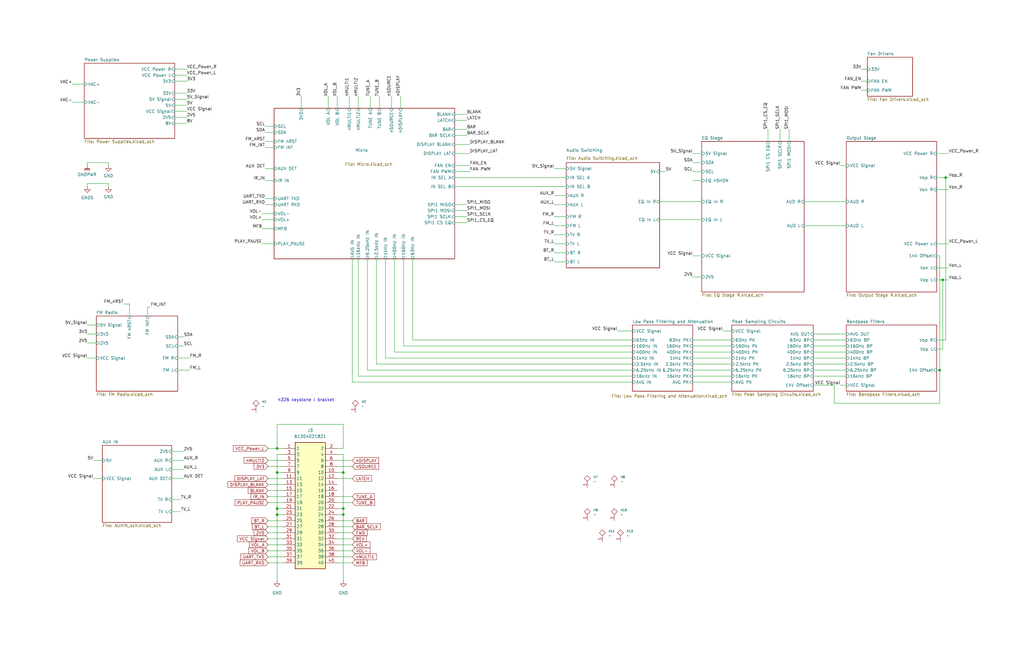
<source format=kicad_sch>
(kicad_sch (version 20231120) (generator "eeschema") (generator_version "8.0")
  (paper "B")
  (lib_symbols
    (symbol "1 Audio Amp:61304021821"
      (property "Reference" "J" (at 19.05 7.62 0))
      (property "Value" "61304021821" (at 19.05 5.08 0))
      (symbol "61304021821_1_1"
        (rectangle (start 5.08 2.54) (end 17.78 -50.8) (stroke (width 0.254)) (fill (type background)))
        (pin passive line (at 0 0 0) (length 5.08) (name "1") (number "1"))
        (pin passive line (at 22.86 -10.16 180) (length 5.08) (name "10") (number "10"))
        (pin passive line (at 0 -12.7 0) (length 5.08) (name "11") (number "11"))
        (pin passive line (at 22.86 -12.7 180) (length 5.08) (name "12") (number "12"))
        (pin passive line (at 0 -15.24 0) (length 5.08) (name "13") (number "13"))
        (pin passive line (at 22.86 -15.24 180) (length 5.08) (name "14") (number "14"))
        (pin passive line (at 0 -17.78 0) (length 5.08) (name "15") (number "15"))
        (pin passive line (at 22.86 -17.78 180) (length 5.08) (name "16") (number "16"))
        (pin passive line (at 0 -20.32 0) (length 5.08) (name "17") (number "17"))
        (pin passive line (at 22.86 -20.32 180) (length 5.08) (name "18") (number "18"))
        (pin passive line (at 0 -22.86 0) (length 5.08) (name "19") (number "19"))
        (pin passive line (at 22.86 0 180) (length 5.08) (name "2") (number "2"))
        (pin passive line (at 22.86 -22.86 180) (length 5.08) (name "20") (number "20"))
        (pin passive line (at 0 -25.4 0) (length 5.08) (name "21") (number "21"))
        (pin passive line (at 22.86 -25.4 180) (length 5.08) (name "22") (number "22"))
        (pin passive line (at 0 -27.94 0) (length 5.08) (name "23") (number "23"))
        (pin passive line (at 22.86 -27.94 180) (length 5.08) (name "24") (number "24"))
        (pin passive line (at 0 -30.48 0) (length 5.08) (name "25") (number "25"))
        (pin passive line (at 22.86 -30.48 180) (length 5.08) (name "26") (number "26"))
        (pin passive line (at 0 -33.02 0) (length 5.08) (name "27") (number "27"))
        (pin passive line (at 22.86 -33.02 180) (length 5.08) (name "28") (number "28"))
        (pin passive line (at 0 -35.56 0) (length 5.08) (name "29") (number "29"))
        (pin passive line (at 0 -2.54 0) (length 5.08) (name "3") (number "3"))
        (pin passive line (at 22.86 -35.56 180) (length 5.08) (name "30") (number "30"))
        (pin passive line (at 0 -38.1 0) (length 5.08) (name "31") (number "31"))
        (pin passive line (at 22.86 -38.1 180) (length 5.08) (name "32") (number "32"))
        (pin passive line (at 0 -40.64 0) (length 5.08) (name "33") (number "33"))
        (pin passive line (at 22.86 -40.64 180) (length 5.08) (name "34") (number "34"))
        (pin passive line (at 0 -43.18 0) (length 5.08) (name "35") (number "35"))
        (pin passive line (at 22.86 -43.18 180) (length 5.08) (name "36") (number "36"))
        (pin passive line (at 0 -45.72 0) (length 5.08) (name "37") (number "37"))
        (pin passive line (at 22.86 -45.72 180) (length 5.08) (name "38") (number "38"))
        (pin passive line (at 0 -48.26 0) (length 5.08) (name "39") (number "39"))
        (pin passive line (at 22.86 -2.54 180) (length 5.08) (name "4") (number "4"))
        (pin passive line (at 22.86 -48.26 180) (length 5.08) (name "40") (number "40"))
        (pin passive line (at 0 -5.08 0) (length 5.08) (name "5") (number "5"))
        (pin passive line (at 22.86 -5.08 180) (length 5.08) (name "6") (number "6"))
        (pin passive line (at 0 -7.62 0) (length 5.08) (name "7") (number "7"))
        (pin passive line (at 22.86 -7.62 180) (length 5.08) (name "8") (number "8"))
        (pin passive line (at 0 -10.16 0) (length 5.08) (name "9") (number "9"))
      )
    )
    (symbol "1 Audio Amp:TP"
      (property "Reference" "TP" (at 2.54 -1.27 0))
      (symbol "TP_0_1"
        (polyline (pts (xy 0 -1.27) (xy 1.27 0) (xy 0 1.27) (xy -1.27 0) (xy 0 -1.27)))
      )
      (symbol "TP_1_1"
        (pin input line (at 0 -3.81 90) (length 2.54) (name "") (number "1"))
      )
    )
    (symbol "GND_1" (power) (pin_names (offset 0))
      (property "Value" "GND" (at 0 -3.81 0))
      (symbol "GND_1_0_1"
        (polyline (pts (xy 0 0) (xy 0 -1.27) (xy 1.27 -1.27) (xy 0 -2.54) (xy -1.27 -1.27) (xy 0 -1.27)))
      )
      (symbol "GND_1_1_1"
        (pin power_in line (at 0 0 270) (length 0) hide (name "GND") (number "1"))
      )
    )
    (symbol "GND_7" (power) (pin_names (offset 0))
      (property "Value" "GND" (at 0 -3.81 0))
      (symbol "GND_7_0_1"
        (polyline (pts (xy 0 0) (xy 0 -1.27) (xy 1.27 -1.27) (xy 0 -2.54) (xy -1.27 -1.27) (xy 0 -1.27)))
      )
      (symbol "GND_7_1_1"
        (pin power_in line (at 0 0 270) (length 0) hide (name "GND") (number "1"))
      )
    )
    (symbol "GND_8" (power) (pin_names (offset 0))
      (property "Value" "GND" (at 0 -3.81 0))
      (symbol "GND_8_0_1"
        (polyline (pts (xy 0 0) (xy 0 -1.27) (xy 1.27 -1.27) (xy 0 -2.54) (xy -1.27 -1.27) (xy 0 -1.27)))
      )
      (symbol "GND_8_1_1"
        (pin power_in line (at 0 0 270) (length 0) hide (name "GND") (number "1"))
      )
    )
    (symbol "power:GND" (power) (pin_names (offset 0))
      (property "Value" "GND" (at 0 -3.81 0))
      (symbol "GND_0_1"
        (polyline (pts (xy 0 0) (xy 0 -1.27) (xy 1.27 -1.27) (xy 0 -2.54) (xy -1.27 -1.27) (xy 0 -1.27)))
      )
      (symbol "GND_1_1"
        (pin power_in line (at 0 0 270) (length 0) hide (name "GND") (number "1"))
      )
    )
    (symbol "power:GNDPWR" (power) (pin_names (offset 0))
      (property "Value" "GNDPWR" (at 0 -3.302 0))
      (symbol "GNDPWR_0_1"
        (polyline (pts (xy 0 -1.27) (xy 0 0)))
        (polyline (pts (xy -1.016 -1.27) (xy -1.27 -2.032) (xy -1.27 -2.032)) (stroke (width 0.2032)))
        (polyline (pts (xy -0.508 -1.27) (xy -0.762 -2.032) (xy -0.762 -2.032)) (stroke (width 0.2032)))
        (polyline (pts (xy 0 -1.27) (xy -0.254 -2.032) (xy -0.254 -2.032)) (stroke (width 0.2032)))
        (polyline (pts (xy 0.508 -1.27) (xy 0.254 -2.032) (xy 0.254 -2.032)) (stroke (width 0.2032)))
        (polyline (pts (xy 1.016 -1.27) (xy -1.016 -1.27) (xy -1.016 -1.27)) (stroke (width 0.2032)))
        (polyline (pts (xy 1.016 -1.27) (xy 0.762 -2.032) (xy 0.762 -2.032) (xy 0.762 -2.032)) (stroke (width 0.2032)))
      )
      (symbol "GNDPWR_1_1"
        (pin power_in line (at 0 0 270) (length 0) hide (name "GNDPWR") (number "1"))
      )
    )
    (symbol "power:GNDS" (power) (pin_names (offset 0))
      (property "Value" "GNDS" (at 0 -3.81 0))
      (symbol "GNDS_0_1"
        (polyline (pts (xy 0 0) (xy 0 -1.27) (xy 1.27 -1.27) (xy 0 -2.54) (xy -1.27 -1.27) (xy 0 -1.27)))
      )
      (symbol "GNDS_1_1"
        (pin power_in line (at 0 0 270) (length 0) hide (name "GNDS") (number "1"))
      )
    )
  )
  (junction (at 144.78 199.39))
  (junction (at 144.78 217.17))
  (junction (at 116.84 214.63))
  (junction (at 116.84 199.39))
  (junction (at 396.24 156.21))
  (junction (at 397.51 118.11))
  (junction (at 144.78 214.63))
  (junction (at 116.84 217.17))
  (junction (at 398.78 74.93))
  (junction (at 116.84 189.23))
  (wire (pts (xy 72.39 198.12) (xy 77.47 198.12)))
  (wire (pts (xy 351.79 170.18) (xy 396.24 170.18)))
  (wire (pts (xy 394.97 107.95) (xy 396.24 107.95)))
  (wire (pts (xy 260.35 139.7) (xy 266.7 139.7)))
  (wire (pts (xy 396.24 107.95) (xy 396.24 156.21)))
  (wire (pts (xy 266.7 161.29) (xy 148.59 161.29)))
  (wire (pts (xy 144.78 179.07) (xy 144.78 189.23)))
  (wire (pts (xy 54.61 128.27) (xy 52.07 128.27)))
  (wire (pts (xy 116.84 189.23) (xy 119.38 189.23)))
  (wire (pts (xy 292.1 158.75) (xy 308.61 158.75)))
  (wire (pts (xy 113.03 234.95) (xy 119.38 234.95)))
  (wire (pts (xy 116.84 199.39) (xy 116.84 214.63)))
  (wire (pts (xy 115.57 102.87) (xy 110.49 102.87)))
  (wire (pts (xy 142.24 222.25) (xy 148.59 222.25)))
  (wire (pts (xy 323.85 59.69) (xy 323.85 54.61)))
  (wire (pts (xy 295.91 116.84) (xy 292.1 116.84)))
  (wire (pts (xy 36.83 77.47) (xy 45.72 77.47)))
  (wire (pts (xy 292.1 146.05) (xy 308.61 146.05)))
  (wire (pts (xy 142.24 219.71) (xy 148.59 219.71)))
  (wire (pts (xy 168.91 40.64) (xy 168.91 45.72)))
  (wire (pts (xy 142.24 199.39) (xy 144.78 199.39)))
  (wire (pts (xy 191.77 60.96) (xy 198.12 60.96)))
  (wire (pts (xy 115.57 83.82) (xy 111.76 83.82)))
  (wire (pts (xy 116.84 214.63) (xy 119.38 214.63)))
  (wire (pts (xy 397.51 147.32) (xy 397.51 118.11)))
  (wire (pts (xy 45.72 77.47) (xy 45.72 78.74)))
  (wire (pts (xy 158.75 153.67) (xy 158.75 109.22)))
  (wire (pts (xy 156.21 40.64) (xy 156.21 45.72)))
  (wire (pts (xy 142.24 227.33) (xy 148.59 227.33)))
  (wire (pts (xy 233.68 102.87) (xy 238.76 102.87)))
  (wire (pts (xy 151.13 158.75) (xy 151.13 109.22)))
  (wire (pts (xy 113.03 194.31) (xy 119.38 194.31)))
  (wire (pts (xy 342.9 158.75) (xy 356.87 158.75)))
  (wire (pts (xy 191.77 54.61) (xy 196.85 54.61)))
  (wire (pts (xy 73.66 44.45) (xy 78.74 44.45)))
  (wire (pts (xy 127 40.64) (xy 127 45.72)))
  (wire (pts (xy 147.32 40.64) (xy 147.32 45.72)))
  (wire (pts (xy 142.24 229.87) (xy 148.59 229.87)))
  (wire (pts (xy 292.1 156.21) (xy 308.61 156.21)))
  (wire (pts (xy 74.93 146.05) (xy 77.47 146.05)))
  (wire (pts (xy 292.1 64.77) (xy 295.91 64.77)))
  (wire (pts (xy 113.03 232.41) (xy 119.38 232.41)))
  (wire (pts (xy 238.76 110.49) (xy 233.68 110.49)))
  (wire (pts (xy 266.7 151.13) (xy 162.56 151.13)))
  (wire (pts (xy 113.03 196.85) (xy 119.38 196.85)))
  (wire (pts (xy 394.97 113.03) (xy 400.05 113.03)))
  (wire (pts (xy 39.37 194.31) (xy 43.18 194.31)))
  (wire (pts (xy 113.03 222.25) (xy 119.38 222.25)))
  (wire (pts (xy 191.77 50.8) (xy 196.85 50.8)))
  (wire (pts (xy 191.77 64.77) (xy 198.12 64.77)))
  (wire (pts (xy 36.83 68.58) (xy 36.83 69.85)))
  (wire (pts (xy 363.22 29.21) (xy 365.76 29.21)))
  (wire (pts (xy 191.77 57.15) (xy 196.85 57.15)))
  (wire (pts (xy 342.9 143.51) (xy 356.87 143.51)))
  (wire (pts (xy 397.51 118.11) (xy 400.05 118.11)))
  (wire (pts (xy 342.9 151.13) (xy 356.87 151.13)))
  (wire (pts (xy 36.83 144.78) (xy 40.64 144.78)))
  (wire (pts (xy 36.83 78.74) (xy 36.83 77.47)))
  (wire (pts (xy 142.24 196.85) (xy 148.59 196.85)))
  (wire (pts (xy 113.03 212.09) (xy 119.38 212.09)))
  (wire (pts (xy 191.77 69.85) (xy 198.12 69.85)))
  (wire (pts (xy 292.1 143.51) (xy 308.61 143.51)))
  (wire (pts (xy 148.59 161.29) (xy 148.59 109.22)))
  (wire (pts (xy 144.78 217.17) (xy 144.78 245.11)))
  (wire (pts (xy 238.76 106.68) (xy 233.68 106.68)))
  (wire (pts (xy 398.78 143.51) (xy 398.78 74.93)))
  (wire (pts (xy 113.03 229.87) (xy 119.38 229.87)))
  (wire (pts (xy 142.24 224.79) (xy 148.59 224.79)))
  (wire (pts (xy 119.38 217.17) (xy 116.84 217.17)))
  (wire (pts (xy 233.68 99.06) (xy 238.76 99.06)))
  (wire (pts (xy 266.7 143.51) (xy 173.99 143.51)))
  (wire (pts (xy 74.93 156.21) (xy 80.01 156.21)))
  (wire (pts (xy 116.84 179.07) (xy 144.78 179.07)))
  (wire (pts (xy 113.03 227.33) (xy 119.38 227.33)))
  (wire (pts (xy 354.33 69.85) (xy 356.87 69.85)))
  (wire (pts (xy 142.24 194.31) (xy 148.59 194.31)))
  (wire (pts (xy 170.18 109.22) (xy 170.18 146.05)))
  (wire (pts (xy 113.03 209.55) (xy 119.38 209.55)))
  (wire (pts (xy 332.74 59.69) (xy 332.74 54.61)))
  (wire (pts (xy 278.13 85.09) (xy 295.91 85.09)))
  (wire (pts (xy 72.39 215.9) (xy 76.2 215.9)))
  (wire (pts (xy 35.56 43.18) (xy 30.48 43.18)))
  (wire (pts (xy 191.77 93.98) (xy 196.85 93.98)))
  (wire (pts (xy 233.68 71.12) (xy 238.76 71.12)))
  (wire (pts (xy 111.76 55.88) (xy 115.57 55.88)))
  (wire (pts (xy 394.97 64.77) (xy 400.05 64.77)))
  (wire (pts (xy 394.97 143.51) (xy 398.78 143.51)))
  (wire (pts (xy 142.24 217.17) (xy 144.78 217.17)))
  (wire (pts (xy 74.93 142.24) (xy 77.47 142.24)))
  (wire (pts (xy 142.24 234.95) (xy 148.59 234.95)))
  (wire (pts (xy 292.1 68.58) (xy 295.91 68.58)))
  (wire (pts (xy 394.97 74.93) (xy 398.78 74.93)))
  (wire (pts (xy 73.66 49.53) (xy 78.74 49.53)))
  (wire (pts (xy 233.68 86.36) (xy 238.76 86.36)))
  (wire (pts (xy 39.37 201.93) (xy 43.18 201.93)))
  (wire (pts (xy 342.9 140.97) (xy 356.87 140.97)))
  (wire (pts (xy 266.7 153.67) (xy 158.75 153.67)))
  (wire (pts (xy 173.99 143.51) (xy 173.99 109.22)))
  (wire (pts (xy 142.24 212.09) (xy 148.59 212.09)))
  (wire (pts (xy 363.22 38.1) (xy 365.76 38.1)))
  (wire (pts (xy 36.83 137.16) (xy 40.64 137.16)))
  (wire (pts (xy 111.76 59.69) (xy 115.57 59.69)))
  (wire (pts (xy 113.03 224.79) (xy 119.38 224.79)))
  (wire (pts (xy 394.97 102.87) (xy 400.05 102.87)))
  (wire (pts (xy 62.23 129.54) (xy 62.23 133.35)))
  (wire (pts (xy 342.9 148.59) (xy 356.87 148.59)))
  (wire (pts (xy 119.38 191.77) (xy 116.84 191.77)))
  (wire (pts (xy 138.43 40.64) (xy 138.43 45.72)))
  (wire (pts (xy 396.24 170.18) (xy 396.24 156.21)))
  (wire (pts (xy 191.77 74.93) (xy 238.76 74.93)))
  (wire (pts (xy 166.37 148.59) (xy 166.37 109.22)))
  (wire (pts (xy 278.13 92.71) (xy 295.91 92.71)))
  (wire (pts (xy 191.77 86.36) (xy 196.85 86.36)))
  (wire (pts (xy 62.23 129.54) (xy 63.5 129.54)))
  (wire (pts (xy 142.24 201.93) (xy 148.59 201.93)))
  (wire (pts (xy 73.66 31.75) (xy 78.74 31.75)))
  (wire (pts (xy 74.93 151.13) (xy 80.01 151.13)))
  (wire (pts (xy 113.03 207.01) (xy 119.38 207.01)))
  (wire (pts (xy 116.84 217.17) (xy 116.84 245.11)))
  (wire (pts (xy 292.1 153.67) (xy 308.61 153.67)))
  (wire (pts (xy 36.83 68.58) (xy 45.72 68.58)))
  (wire (pts (xy 339.09 95.25) (xy 356.87 95.25)))
  (wire (pts (xy 233.68 95.25) (xy 238.76 95.25)))
  (wire (pts (xy 73.66 41.91) (xy 78.74 41.91)))
  (wire (pts (xy 113.03 201.93) (xy 119.38 201.93)))
  (wire (pts (xy 113.03 204.47) (xy 119.38 204.47)))
  (wire (pts (xy 142.24 214.63) (xy 144.78 214.63)))
  (wire (pts (xy 266.7 148.59) (xy 166.37 148.59)))
  (wire (pts (xy 115.57 90.17) (xy 110.49 90.17)))
  (wire (pts (xy 142.24 232.41) (xy 148.59 232.41)))
  (wire (pts (xy 142.24 237.49) (xy 148.59 237.49)))
  (wire (pts (xy 142.24 40.64) (xy 142.24 45.72)))
  (wire (pts (xy 278.13 72.39) (xy 280.67 72.39)))
  (wire (pts (xy 266.7 146.05) (xy 170.18 146.05)))
  (wire (pts (xy 162.56 109.22) (xy 162.56 151.13)))
  (wire (pts (xy 144.78 214.63) (xy 144.78 217.17)))
  (wire (pts (xy 191.77 78.74) (xy 238.76 78.74)))
  (wire (pts (xy 45.72 68.58) (xy 45.72 69.85)))
  (wire (pts (xy 292.1 107.95) (xy 295.91 107.95)))
  (wire (pts (xy 115.57 86.36) (xy 111.76 86.36)))
  (wire (pts (xy 144.78 191.77) (xy 144.78 199.39)))
  (wire (pts (xy 111.76 62.23) (xy 115.57 62.23)))
  (wire (pts (xy 73.66 46.99) (xy 78.74 46.99)))
  (wire (pts (xy 342.9 146.05) (xy 356.87 146.05)))
  (wire (pts (xy 144.78 199.39) (xy 144.78 214.63)))
  (wire (pts (xy 398.78 74.93) (xy 400.05 74.93)))
  (wire (pts (xy 342.9 156.21) (xy 356.87 156.21)))
  (wire (pts (xy 72.39 194.31) (xy 77.47 194.31)))
  (wire (pts (xy 115.57 92.71) (xy 110.49 92.71)))
  (wire (pts (xy 328.93 59.69) (xy 328.93 54.61)))
  (wire (pts (xy 73.66 39.37) (xy 78.74 39.37)))
  (wire (pts (xy 191.77 48.26) (xy 196.85 48.26)))
  (wire (pts (xy 292.1 161.29) (xy 308.61 161.29)))
  (wire (pts (xy 111.76 53.34) (xy 115.57 53.34)))
  (wire (pts (xy 394.97 147.32) (xy 397.51 147.32)))
  (wire (pts (xy 142.24 209.55) (xy 148.59 209.55)))
  (wire (pts (xy 292.1 148.59) (xy 308.61 148.59)))
  (wire (pts (xy 113.03 189.23) (xy 116.84 189.23)))
  (wire (pts (xy 394.97 80.01) (xy 400.05 80.01)))
  (wire (pts (xy 72.39 201.93) (xy 77.47 201.93)))
  (wire (pts (xy 363.22 34.29) (xy 365.76 34.29)))
  (wire (pts (xy 266.7 158.75) (xy 151.13 158.75)))
  (wire (pts (xy 73.66 29.21) (xy 78.74 29.21)))
  (wire (pts (xy 36.83 140.97) (xy 40.64 140.97)))
  (wire (pts (xy 160.02 40.64) (xy 160.02 45.72)))
  (wire (pts (xy 354.33 162.56) (xy 356.87 162.56)))
  (wire (pts (xy 191.77 91.44) (xy 196.85 91.44)))
  (wire (pts (xy 115.57 96.52) (xy 110.49 96.52)))
  (wire (pts (xy 111.76 71.12) (xy 115.57 71.12)))
  (wire (pts (xy 191.77 88.9) (xy 196.85 88.9)))
  (wire (pts (xy 304.8 139.7) (xy 308.61 139.7)))
  (wire (pts (xy 339.09 85.09) (xy 356.87 85.09)))
  (wire (pts (xy 36.83 151.13) (xy 40.64 151.13)))
  (wire (pts (xy 111.76 76.2) (xy 115.57 76.2)))
  (wire (pts (xy 72.39 210.82) (xy 76.2 210.82)))
  (wire (pts (xy 233.68 91.44) (xy 238.76 91.44)))
  (wire (pts (xy 142.24 189.23) (xy 144.78 189.23)))
  (wire (pts (xy 116.84 214.63) (xy 116.84 217.17)))
  (wire (pts (xy 54.61 128.27) (xy 54.61 133.35)))
  (wire (pts (xy 113.03 237.49) (xy 119.38 237.49)))
  (wire (pts (xy 73.66 34.29) (xy 78.74 34.29)))
  (wire (pts (xy 266.7 156.21) (xy 154.94 156.21)))
  (wire (pts (xy 73.66 52.07) (xy 78.74 52.07)))
  (wire (pts (xy 35.56 35.56) (xy 30.48 35.56)))
  (wire (pts (xy 351.79 162.56) (xy 351.79 170.18)))
  (wire (pts (xy 116.84 191.77) (xy 116.84 199.39)))
  (wire (pts (xy 292.1 76.2) (xy 295.91 76.2)))
  (wire (pts (xy 72.39 190.5) (xy 77.47 190.5)))
  (wire (pts (xy 292.1 151.13) (xy 308.61 151.13)))
  (wire (pts (xy 151.13 40.64) (xy 151.13 45.72)))
  (wire (pts (xy 119.38 199.39) (xy 116.84 199.39)))
  (wire (pts (xy 342.9 162.56) (xy 351.79 162.56)))
  (wire (pts (xy 154.94 109.22) (xy 154.94 156.21)))
  (wire (pts (xy 394.97 118.11) (xy 397.51 118.11)))
  (wire (pts (xy 396.24 156.21) (xy 394.97 156.21)))
  (wire (pts (xy 113.03 219.71) (xy 119.38 219.71)))
  (wire (pts (xy 191.77 72.39) (xy 198.12 72.39)))
  (wire (pts (xy 292.1 72.39) (xy 295.91 72.39)))
  (wire (pts (xy 233.68 82.55) (xy 238.76 82.55)))
  (wire (pts (xy 116.84 189.23) (xy 116.84 179.07)))
  (wire (pts (xy 165.1 40.64) (xy 165.1 45.72)))
  (wire (pts (xy 342.9 153.67) (xy 356.87 153.67)))
  (wire (pts (xy 142.24 191.77) (xy 144.78 191.77)))
  (text "4326 keystone l bracket" (at 129.032 168.91 0) (effects (font (size 1.27 1.27))))
  (label "3V3" (at 127 40.64 90))
  (label "MFB" (at 110.49 96.52 180))
  (label "FM_R" (at 233.68 91.44 180))
  (label "VOL-" (at 110.49 90.17 180))
  (label "VCC Signal" (at 354.33 69.85 180))
  (label "SPI1_CS_EQ" (at 196.85 93.98 0))
  (label "LATCH" (at 196.85 50.8 0))
  (label "SCL" (at 111.76 53.34 180))
  (label "2V5" (at 78.74 49.53 0))
  (label "AUX DET" (at 77.47 201.93 0))
  (label "VCC_Power_R" (at 78.74 29.21 0))
  (label "FM_L" (at 233.68 95.25 180))
  (label "PLAY_PAUSE" (at 110.49 102.87 180))
  (label "8V" (at 78.74 52.07 0))
  (label "TV_R" (at 233.68 99.06 180))
  (label "VOL_A" (at 138.43 40.64 90))
  (label "3V3" (at 36.83 140.97 180))
  (label "FAN_EN" (at 363.22 34.29 180))
  (label "UART_TXD" (at 111.76 83.82 180))
  (label "VCC Signal" (at 36.83 151.13 180))
  (label "2V5" (at 36.83 144.78 180))
  (label "VOL_B" (at 142.24 40.64 90))
  (label "FM_nRST" (at 111.76 59.69 180))
  (label "AUX_L" (at 77.47 198.12 0))
  (label "BAR" (at 196.85 54.61 0))
  (label "AUX_L" (at 233.68 86.36 180))
  (label "UART_RXD" (at 111.76 86.36 180))
  (label "SDA" (at 77.47 142.24 0))
  (label "DISPLAY_BLANK" (at 198.12 60.96 0))
  (label "SPI1_SCLK" (at 328.93 54.61 90))
  (label "5V_Signal" (at 78.74 41.91 0))
  (label "FM_INT" (at 63.5 129.54 0))
  (label "TV_R" (at 76.2 210.82 0))
  (label "SCL" (at 77.47 146.05 0))
  (label "FM_L" (at 80.01 156.21 0))
  (label "nSOURCE" (at 165.1 40.64 90))
  (label "nMULTI2" (at 151.13 40.64 90))
  (label "2V5" (at 292.1 116.84 180))
  (label "FM_INT" (at 111.76 62.23 180))
  (label "TV_L" (at 233.68 102.87 180))
  (label "VOL+" (at 110.49 92.71 180))
  (label "Von_L" (at 400.05 113.03 0))
  (label "5V_Signal" (at 292.1 64.77 180))
  (label "IR_IN" (at 111.76 76.2 180))
  (label "TUNE_A" (at 156.21 40.64 90))
  (label "BT_R" (at 233.68 106.68 180))
  (label "5V_Signal" (at 36.83 137.16 180))
  (label "VCC_Power_L" (at 400.05 102.87 0))
  (label "VCC Signal" (at 260.35 139.7 180))
  (label "VAC-" (at 30.48 43.18 180))
  (label "3V3" (at 78.74 34.29 0))
  (label "VCC Signal" (at 292.1 107.95 180))
  (label "SCL" (at 292.1 72.39 180))
  (label "SPI1_MISO" (at 196.85 86.36 0))
  (label "FM_nRST" (at 52.07 128.27 180))
  (label "SPI1_SCLK" (at 196.85 91.44 0))
  (label "VCC Signal" (at 39.37 201.93 180))
  (label "VAC+" (at 30.48 35.56 180))
  (label "FAN PWM" (at 198.12 72.39 0))
  (label "5V" (at 78.74 44.45 0))
  (label "Vop_R" (at 400.05 74.93 0))
  (label "SDA" (at 111.76 55.88 180))
  (label "VCC_Power_R" (at 400.05 64.77 0))
  (label "AUX_R" (at 77.47 194.31 0))
  (label "2V5" (at 77.47 190.5 0))
  (label "FAN_EN" (at 198.12 69.85 0))
  (label "33V" (at 78.74 39.37 0))
  (label "BLANK" (at 196.85 48.26 0))
  (label "DISPLAY_LAT" (at 198.12 64.77 0))
  (label "AUX_R" (at 233.68 82.55 180))
  (label "VCC_Power_L" (at 78.74 31.75 0))
  (label "VCC Signal" (at 304.8 139.7 180))
  (label "5V" (at 280.67 72.39 0))
  (label "SPI1_CS_EQ" (at 323.85 54.61 90))
  (label "AUX DET" (at 111.76 71.12 180))
  (label "SPI1_MOSI" (at 196.85 88.9 0))
  (label "TUNE_B" (at 160.02 40.64 90))
  (label "BT_L" (at 233.68 110.49 180))
  (label "BAR_SCLK" (at 196.85 57.15 0))
  (label "SPI1_MOSI" (at 332.74 54.61 90))
  (label "FAN PWM" (at 363.22 38.1 180))
  (label "SDA" (at 292.1 68.58 180))
  (label "5V_Signal" (at 233.68 71.12 180))
  (label "5V" (at 39.37 194.31 180))
  (label "Von_R" (at 400.05 80.01 0))
  (label "VCC Signal" (at 78.74 46.99 0))
  (label "VCC Signal" (at 354.33 162.56 180))
  (label "nMULTI1" (at 147.32 40.64 90))
  (label "TV_L" (at 76.2 215.9 0))
  (label "nDISPLAY" (at 168.91 40.64 90))
  (label "FM_R" (at 80.01 151.13 0))
  (label "Vop_L" (at 400.05 118.11 0))
  (label "33V" (at 363.22 29.21 180))
  (global_label "TUNE_A" (shape input) (at 148.59 209.55 0) (property "Intersheetrefs" "${INTERSHEET_REFS}" (effects (hide yes))))
  (global_label "PLAY_PAUSE" (shape input) (at 113.03 212.09 180) (property "Intersheetrefs" "${INTERSHEET_REFS}" (effects (hide yes))))
  (global_label "REV" (shape input) (at 148.59 227.33 0) (property "Intersheetrefs" "${INTERSHEET_REFS}" (effects (hide yes))))
  (global_label "VOL-" (shape input) (at 148.59 232.41 0) (property "Intersheetrefs" "${INTERSHEET_REFS}" (effects (hide yes))))
  (global_label "3V3" (shape input) (at 113.03 196.85 180) (property "Intersheetrefs" "${INTERSHEET_REFS}" (effects (hide yes))))
  (global_label "nSOURCE" (shape input) (at 148.59 196.85 0) (property "Intersheetrefs" "${INTERSHEET_REFS}" (effects (hide yes))))
  (global_label "TUNE_B" (shape input) (at 148.59 212.09 0) (property "Intersheetrefs" "${INTERSHEET_REFS}" (effects (hide yes))))
  (global_label "nDISPLAY" (shape input) (at 148.59 194.31 0) (property "Intersheetrefs" "${INTERSHEET_REFS}" (effects (hide yes))))
  (global_label "BLANK" (shape input) (at 113.03 207.01 180) (property "Intersheetrefs" "${INTERSHEET_REFS}" (effects (hide yes))))
  (global_label "UART_RXD" (shape input) (at 113.03 237.49 180) (property "Intersheetrefs" "${INTERSHEET_REFS}" (effects (hide yes))))
  (global_label "BT_R" (shape input) (at 113.03 219.71 180) (property "Intersheetrefs" "${INTERSHEET_REFS}" (effects (hide yes))))
  (global_label "DISPLAY_LAT" (shape input) (at 113.03 201.93 180) (property "Intersheetrefs" "${INTERSHEET_REFS}" (effects (hide yes))))
  (global_label "VCC Signal" (shape input) (at 113.03 227.33 180) (property "Intersheetrefs" "${INTERSHEET_REFS}" (effects (hide yes))))
  (global_label "LATCH" (shape input) (at 148.59 201.93 0) (property "Intersheetrefs" "${INTERSHEET_REFS}" (effects (hide yes))))
  (global_label "FWD" (shape input) (at 148.59 224.79 0) (property "Intersheetrefs" "${INTERSHEET_REFS}" (effects (hide yes))))
  (global_label "VCC_Power_L" (shape input) (at 113.03 189.23 180) (property "Intersheetrefs" "${INTERSHEET_REFS}" (effects (hide yes))))
  (global_label "UART_TXD" (shape input) (at 113.03 234.95 180) (property "Intersheetrefs" "${INTERSHEET_REFS}" (effects (hide yes))))
  (global_label "BAR" (shape input) (at 148.59 219.71 0) (property "Intersheetrefs" "${INTERSHEET_REFS}" (effects (hide yes))))
  (global_label "BAR_SCLK" (shape input) (at 148.59 222.25 0) (property "Intersheetrefs" "${INTERSHEET_REFS}" (effects (hide yes))))
  (global_label "2V5" (shape input) (at 113.03 224.79 180) (property "Intersheetrefs" "${INTERSHEET_REFS}" (effects (hide yes))))
  (global_label "BT_L" (shape input) (at 113.03 222.25 180) (property "Intersheetrefs" "${INTERSHEET_REFS}" (effects (hide yes))))
  (global_label "VOL+" (shape input) (at 148.59 229.87 0) (property "Intersheetrefs" "${INTERSHEET_REFS}" (effects (hide yes))))
  (global_label "MFB" (shape input) (at 148.59 237.49 0) (property "Intersheetrefs" "${INTERSHEET_REFS}" (effects (hide yes))))
  (global_label "nMULTI1" (shape input) (at 148.59 234.95 0) (property "Intersheetrefs" "${INTERSHEET_REFS}" (effects (hide yes))))
  (global_label "DISPLAY_BLANK" (shape input) (at 113.03 204.47 180) (property "Intersheetrefs" "${INTERSHEET_REFS}" (effects (hide yes))))
  (global_label "VOL_A" (shape input) (at 113.03 229.87 180) (property "Intersheetrefs" "${INTERSHEET_REFS}" (effects (hide yes))))
  (global_label "IR_IN" (shape input) (at 113.03 209.55 180) (property "Intersheetrefs" "${INTERSHEET_REFS}" (effects (hide yes))))
  (global_label "nMULTI2" (shape input) (at 113.03 194.31 180) (property "Intersheetrefs" "${INTERSHEET_REFS}" (effects (hide yes))))
  (global_label "VOL_B" (shape input) (at 113.03 232.41 180) (property "Intersheetrefs" "${INTERSHEET_REFS}" (effects (hide yes))))
  (symbol (lib_id "power:GND") (at 45.72 78.74 0) (unit 1)
    (property "Reference" "#PWR0276" (effects (hide yes)))
    (property "Value" "GND" (at 45.72 83.058 0))
  )
  (symbol (lib_id "1 Audio Amp:TP") (at 259.08 201.93 0) (unit 1)
    (property "Reference" "H8" (at 261.62 201.295 0) (effects (font (size 0.9 0.9)) (justify left)))
    (property "Value" "~" (at 261.62 203.2 0) (effects (justify left)))
    (property "Footprint" "MountingHole:MountingHole_3.2mm_M3_ISO7380_Pad_TopBottom" (effects (hide yes)))
  )
  (symbol (lib_name "GND_1") (lib_id "power:GND") (at 144.78 245.11 0) (mirror y) (unit 1)
    (property "Reference" "#PWR0278" (effects (hide yes)))
    (property "Value" "GND" (at 144.78 250.19 0))
  )
  (symbol (lib_id "1 Audio Amp:TP") (at 254 224.79 0) (unit 1)
    (property "Reference" "H11" (at 256.54 224.155 0) (effects (font (size 0.9 0.9)) (justify left)))
    (property "Value" "~" (at 256.54 226.06 0) (effects (justify left)))
    (property "Footprint" "MountingHole:MountingHole_3.2mm_M3_ISO7380_Pad_TopBottom" (effects (hide yes)))
  )
  (symbol (lib_name "GND_7") (lib_id "power:GND") (at 116.84 245.11 0) (mirror y) (unit 1)
    (property "Reference" "#PWR0277" (effects (hide yes)))
    (property "Value" "GND" (at 116.84 250.19 0))
  )
  (symbol (lib_id "power:GNDS") (at 36.83 78.74 0) (unit 1)
    (property "Reference" "#PWR0274" (effects (hide yes)))
    (property "Value" "GNDS" (at 36.83 83.439 0))
  )
  (symbol (lib_id "1 Audio Amp:61304021821") (at 119.38 189.23 0) (unit 1)
    (property "Reference" "J3" (at 130.81 181.61 0))
    (property "Value" "61304021821" (at 130.81 184.15 0))
    (property "Footprint" "RHDR40W97P254X254_2X20_5130X508X860P" (effects (hide yes)))
    (property "Datasheet" "https://componentsearchengine.com/Datasheets/1/61304021821.pdf" (effects (hide yes)))
    (property "Description" "WURTH ELEKTRONIK - 61304021821 - Board-To-Board Connector, 2.54 mm, 40 Contacts, Receptacle, WR-PHD Series, Through Hole, 2 Rows" (effects (hide yes)))
    (property "Height" "8.6" (effects (hide yes)))
    (property "Manufacturer_Name" "Wurth Elektronik" (effects (hide yes)))
    (property "Manufacturer_Part_Number" "61304021821" (effects (hide yes)))
    (property "Mouser Part Number" "710-61304021821" (effects (hide yes)))
    (property "Mouser Price/Stock" "https://www.mouser.co.uk/ProductDetail/Wurth-Elektronik/61304021821?qs=bZr6mbWTK5mzEvTTGhcEyQ%3D%3D" (effects (hide yes)))
  )
  (symbol (lib_name "GND_8") (lib_id "power:GND") (at 45.72 69.85 0) (unit 1)
    (property "Reference" "#PWR0275" (effects (hide yes)))
    (property "Value" "GND" (at 45.72 74.168 0))
  )
  (symbol (lib_id "1 Audio Amp:TP") (at 149.86 170.18 0) (unit 1)
    (property "Reference" "H2" (at 152.4 169.545 0) (effects (font (size 0.9 0.9)) (justify left)))
    (property "Value" "~" (at 152.4 171.45 0) (effects (justify left)))
    (property "Footprint" "MountingHole:MountingHole_3.7mm_Pad_TopBottom" (effects (hide yes)))
  )
  (symbol (lib_id "1 Audio Amp:TP") (at 261.62 224.79 0) (unit 1)
    (property "Reference" "H13" (at 264.16 224.155 0) (effects (font (size 0.9 0.9)) (justify left)))
    (property "Value" "~" (at 264.16 226.06 0) (effects (justify left)))
    (property "Footprint" "MountingHole:MountingHole_3.2mm_M3_ISO7380_Pad_TopBottom" (effects (hide yes)))
  )
  (symbol (lib_id "1 Audio Amp:TP") (at 259.08 215.9 0) (unit 1)
    (property "Reference" "H10" (at 261.62 215.265 0) (effects (font (size 0.9 0.9)) (justify left)))
    (property "Value" "~" (at 261.62 217.17 0) (effects (justify left)))
    (property "Footprint" "MountingHole:MountingHole_3.2mm_M3_ISO7380_Pad_TopBottom" (effects (hide yes)))
  )
  (symbol (lib_id "1 Audio Amp:TP") (at 247.65 201.93 0) (unit 1)
    (property "Reference" "H7" (at 250.19 201.295 0) (effects (font (size 0.9 0.9)) (justify left)))
    (property "Value" "~" (at 250.19 203.2 0) (effects (justify left)))
    (property "Footprint" "MountingHole:MountingHole_3.2mm_M3_ISO7380_Pad_TopBottom" (effects (hide yes)))
  )
  (symbol (lib_id "1 Audio Amp:TP") (at 247.65 215.9 0) (unit 1)
    (property "Reference" "H9" (at 250.19 215.265 0) (effects (font (size 0.9 0.9)) (justify left)))
    (property "Value" "~" (at 250.19 217.17 0) (effects (justify left)))
    (property "Footprint" "MountingHole:MountingHole_3.2mm_M3_ISO7380_Pad_TopBottom" (effects (hide yes)))
  )
  (symbol (lib_id "power:GNDPWR") (at 36.83 69.85 0) (unit 1)
    (property "Reference" "#PWR0273" (effects (hide yes)))
    (property "Value" "GNDPWR" (at 36.703 73.66 0))
  )
  (symbol (lib_id "1 Audio Amp:TP") (at 107.95 170.18 0) (unit 1)
    (property "Reference" "H1" (at 110.49 169.545 0) (effects (font (size 0.9 0.9)) (justify left)))
    (property "Value" "~" (at 110.49 171.45 0) (effects (justify left)))
    (property "Footprint" "MountingHole:MountingHole_3.7mm_Pad_TopBottom" (effects (hide yes)))
  )
  (sheet (at 238.76 68.58) (size 39.37 44.45) (stroke (width 0.1524))
    (property "Sheetname" "Audio Switching" (at 238.76 64.135 0) (effects (justify left bottom)))
    (property "Sheetfile" "Audio Switching.kicad_sch" (at 238.76 66.04 0) (effects (justify left top)))
    (pin "IN SEL A" input (at 238.76 74.93 180))
    (pin "IN SEL B" input (at 238.76 78.74 180))
    (pin "5V Signal" input (at 238.76 71.12 180))
    (pin "AUX R" input (at 238.76 82.55 180))
    (pin "AUX L" input (at 238.76 86.36 180))
    (pin "FM L" input (at 238.76 95.25 180))
    (pin "TV L" input (at 238.76 102.87 180))
    (pin "FM R" input (at 238.76 91.44 180))
    (pin "TV R" input (at 238.76 99.06 180))
    (pin "BT L" input (at 238.76 110.49 180))
    (pin "BT R" input (at 238.76 106.68 180))
    (pin "5V" input (at 278.13 72.39 0))
    (pin "EQ In R" input (at 278.13 85.09 0))
    (pin "EQ In L" input (at 278.13 92.71 0))
  )
  (sheet (at 40.64 133.35) (size 34.29 31.75) (stroke (width 0.1524))
    (property "Sheetname" "FM Radio" (at 40.64 132.6384 0) (effects (justify left bottom)))
    (property "Sheetfile" "FM Radio.kicad_sch" (at 40.64 165.6846 0) (effects (justify left top)))
    (pin "FM INT" input (at 62.23 133.35 90))
    (pin "3V3" input (at 40.64 140.97 180))
    (pin "SDA" input (at 74.93 142.24 0))
    (pin "SCL" input (at 74.93 146.05 0))
    (pin "FM nRST" input (at 54.61 133.35 90))
    (pin "5V Signal" input (at 40.64 137.16 180))
    (pin "FM L" input (at 74.93 156.21 0))
    (pin "VCC Signal" input (at 40.64 151.13 180))
    (pin "FM R" input (at 74.93 151.13 0))
    (pin "2V5" input (at 40.64 144.78 180))
  )
  (sheet (at 365.76 24.13) (size 19.05 16.51) (stroke (width 0.1524))
    (property "Sheetname" "Fan Drivers" (at 365.76 23.4184 0) (effects (justify left bottom)))
    (property "Sheetfile" "Fan Drivers.kicad_sch" (at 365.76 41.2246 0) (effects (justify left top)))
    (pin "33V" input (at 365.76 29.21 180))
    (pin "FAN EN" input (at 365.76 34.29 180))
    (pin "FAN PWM" input (at 365.76 38.1 180))
  )
  (sheet (at 35.56 26.67) (size 38.1 31.75) (stroke (width 0.1524))
    (property "Sheetname" "Power Supplies" (at 35.56 25.9584 0) (effects (justify left bottom)))
    (property "Sheetfile" "Power Supplies.kicad_sch" (at 35.56 59.0046 0) (effects (justify left top)))
    (pin "VAC+" input (at 35.56 35.56 180))
    (pin "VAC-" input (at 35.56 43.18 180))
    (pin "VCC Power R" input (at 73.66 29.21 0))
    (pin "VCC Power L" input (at 73.66 31.75 0))
    (pin "3V3" input (at 73.66 34.29 0))
    (pin "33V" input (at 73.66 39.37 0))
    (pin "5V Signal" input (at 73.66 41.91 0))
    (pin "5V" input (at 73.66 44.45 0))
    (pin "VCC Signal" input (at 73.66 46.99 0))
    (pin "2V5" input (at 73.66 49.53 0))
    (pin "8V" input (at 73.66 52.07 0))
  )
  (sheet (at 43.18 187.96) (size 29.21 32.512) (stroke (width 0.1524))
    (property "Sheetname" "AUX IN" (at 43.18 187.2484 0) (effects (justify left bottom)))
    (property "Sheetfile" "AUXIN_sch.kicad_sch" (at 43.18 221.0566 0) (effects (justify left top)))
    (pin "AUX DET" input (at 72.39 201.93 0))
    (pin "5V" input (at 43.18 194.31 180))
    (pin "AUX L" input (at 72.39 198.12 0))
    (pin "AUX R" input (at 72.39 194.31 0))
    (pin "VCC Signal" input (at 43.18 201.93 180))
    (pin "TV R" input (at 72.39 210.82 0))
    (pin "TV L" input (at 72.39 215.9 0))
    (pin "2V5" input (at 72.39 190.5 0))
  )
  (sheet (at 356.87 137.16) (size 38.1 27.94) (stroke (width 0.1524))
    (property "Sheetname" "Bandpass Filters" (at 356.87 136.4484 0) (effects (justify left bottom)))
    (property "Sheetfile" "Bandpass Filters.kicad_sch" (at 356.87 165.6846 0) (effects (justify left top)))
    (pin "160Hz BP" input (at 356.87 146.05 180))
    (pin "1kHz BP" input (at 356.87 151.13 180))
    (pin "6.25kHz BP" input (at 356.87 156.21 180))
    (pin "400Hz BP" input (at 356.87 148.59 180))
    (pin "2.5kHz BP" input (at 356.87 153.67 180))
    (pin "16kHz BP" input (at 356.87 158.75 180))
    (pin "14V Offset" input (at 394.97 156.21 0))
    (pin "Vop R" input (at 394.97 143.51 0))
    (pin "Vop L" input (at 394.97 147.32 0))
    (pin "63Hz BP" input (at 356.87 143.51 180))
    (pin "AVG OUT" input (at 356.87 140.97 180))
    (pin "VCC Signal" input (at 356.87 162.56 180))
  )
  (sheet (at 295.91 59.69) (size 43.18 63.5) (stroke (width 0.1524))
    (property "Sheetname" "EQ Stage" (at 295.91 58.9784 0) (effects (justify left bottom)))
    (property "Sheetfile" "EQ Stage R.kicad_sch" (at 295.91 123.7746 0) (effects (justify left top)))
    (pin "VCC Signal" input (at 295.91 107.95 180))
    (pin "5V Signal" input (at 295.91 64.77 180))
    (pin "EQ In R" input (at 295.91 85.09 180))
    (pin "2V5" input (at 295.91 116.84 180))
    (pin "EQ In L" input (at 295.91 92.71 180))
    (pin "AUD R" input (at 339.09 85.09 0))
    (pin "AUD L" input (at 339.09 95.25 0))
    (pin "SPI1 MOSI" input (at 332.74 59.69 90))
    (pin "SPI1 SCLK" input (at 328.93 59.69 90))
    (pin "SPI1 CS EQ" input (at 323.85 59.69 90))
    (pin "SCL" input (at 295.91 72.39 180))
    (pin "EQ nSHDN" input (at 295.91 76.2 180))
    (pin "SDA" input (at 295.91 68.58 180))
  )
  (sheet (at 266.7 137.16) (size 25.4 27.94) (stroke (width 0.1524))
    (property "Sheetname" "Low Pass Filtering and Attenuation" (at 266.7 136.4484 0) (effects (justify left bottom)))
    (property "Sheetfile" "Low Pass Filtering and Attenuation.kicad_sch" (at 257.81 166.37 0) (effects (justify left top)))
    (pin "AVG IN" input (at 266.7 161.29 180))
    (pin "16kHz IN" input (at 266.7 158.75 180))
    (pin "16kHz PK" input (at 292.1 158.75 0))
    (pin "AVG PK" input (at 292.1 161.29 0))
    (pin "6.25kHz IN" input (at 266.7 156.21 180))
    (pin "2.5kHz IN" input (at 266.7 153.67 180))
    (pin "1kHz PK" input (at 292.1 151.13 0))
    (pin "2.5kHz PK" input (at 292.1 153.67 0))
    (pin "6.25kHz PK" input (at 292.1 156.21 0))
    (pin "160Hz PK" input (at 292.1 146.05 0))
    (pin "63Hz PK" input (at 292.1 143.51 0))
    (pin "160Hz IN" input (at 266.7 146.05 180))
    (pin "63Hz IN" input (at 266.7 143.51 180))
    (pin "400Hz IN" input (at 266.7 148.59 180))
    (pin "1kHz IN" input (at 266.7 151.13 180))
    (pin "VCC Signal" input (at 266.7 139.7 180))
    (pin "400Hz PK" input (at 292.1 148.59 0))
  )
  (sheet (at 356.87 59.69) (size 38.1 63.5) (stroke (width 0.1524))
    (property "Sheetname" "Output Stage" (at 356.87 58.9784 0) (effects (justify left bottom)))
    (property "Sheetfile" "Output Stage R.kicad_sch" (at 356.87 123.7746 0) (effects (justify left top)))
    (pin "VCC Power R" input (at 394.97 64.77 0))
    (pin "VCC Signal" input (at 356.87 69.85 180))
    (pin "VCC Power L" input (at 394.97 102.87 0))
    (pin "Von L" input (at 394.97 113.03 0))
    (pin "Vop L" input (at 394.97 118.11 0))
    (pin "Vop R" input (at 394.97 74.93 0))
    (pin "AUD R" input (at 356.87 85.09 180))
    (pin "AUD L" input (at 356.87 95.25 180))
    (pin "Von R" input (at 394.97 80.01 0))
    (pin "14V Offset" input (at 394.97 107.95 0))
  )
  (sheet (at 115.57 45.72) (size 76.2 63.5) (stroke (width 0.1524))
    (property "Sheetname" "Micro" (at 149.86 64.135 0) (effects (justify left bottom)))
    (property "Sheetfile" "Micro.kicad_sch" (at 145.415 68.58 0) (effects (justify left top)))
    (pin "IN SEL B" input (at 191.77 78.74 0))
    (pin "IN SEL A" input (at 191.77 74.93 0))
    (pin "AUX DET" input (at 115.57 71.12 180))
    (pin "SDA" input (at 115.57 55.88 180))
    (pin "SCL" input (at 115.57 53.34 180))
    (pin "FM nRST" input (at 115.57 59.69 180))
    (pin "3V3" input (at 127 45.72 90))
    (pin "FM INT" input (at 115.57 62.23 180))
    (pin "UART TXD" input (at 115.57 83.82 180))
    (pin "UART RXD" input (at 115.57 86.36 180))
    (pin "1kHz IN" input (at 162.56 109.22 270))
    (pin "160Hz IN" input (at 170.18 109.22 270))
    (pin "63Hz IN" input (at 173.99 109.22 270))
    (pin "400Hz IN" input (at 166.37 109.22 270))
    (pin "6.25kHz IN" input (at 154.94 109.22 270))
    (pin "16kHz IN" input (at 151.13 109.22 270))
    (pin "2.5kHz IN" input (at 158.75 109.22 270))
    (pin "BLANK" input (at 191.77 48.26 0))
    (pin "LATCH" input (at 191.77 50.8 0))
    (pin "BAR" input (at 191.77 54.61 0))
    (pin "SPI1 SCLK" input (at 191.77 91.44 0))
    (pin "SPI1 MOSI" input (at 191.77 88.9 0))
    (pin "SPI1 CS EQ" input (at 191.77 93.98 0))
    (pin "BAR SCLK" input (at 191.77 57.15 0))
    (pin "SPI1 MISO" input (at 191.77 86.36 0))
    (pin "AVG IN" input (at 148.59 109.22 270))
    (pin "VOL-" input (at 115.57 90.17 180))
    (pin "VOL+" input (at 115.57 92.71 180))
    (pin "MFB" input (at 115.57 96.52 180))
    (pin "PLAY_PAUSE" input (at 115.57 102.87 180))
    (pin "DISPLAY BLANK" input (at 191.77 60.96 0))
    (pin "DISPLAY LAT" input (at 191.77 64.77 0))
    (pin "VOL B" input (at 142.24 45.72 90))
    (pin "nMULTI1" input (at 147.32 45.72 90))
    (pin "TUNE B" input (at 160.02 45.72 90))
    (pin "TUNE A" input (at 156.21 45.72 90))
    (pin "nSOURCE" input (at 165.1 45.72 90))
    (pin "VOL A" input (at 138.43 45.72 90))
    (pin "nDISPLAY" input (at 168.91 45.72 90))
    (pin "FAN EN" input (at 191.77 69.85 0))
    (pin "IR IN" input (at 115.57 76.2 180))
    (pin "nMULTI2" input (at 151.13 45.72 90))
    (pin "FAN PWM" input (at 191.77 72.39 0))
  )
  (sheet (at 308.61 137.16) (size 34.29 27.94) (stroke (width 0.1524))
    (property "Sheetname" "Peak Sampling Circuits" (at 308.61 136.4484 0) (effects (justify left bottom)))
    (property "Sheetfile" "Peak Sampling Circuits.kicad_sch" (at 308.61 165.6846 0) (effects (justify left top)))
    (pin "AVG PK" input (at 308.61 161.29 180))
    (pin "14V Offset" input (at 342.9 162.56 0))
    (pin "160Hz BP" input (at 342.9 146.05 0))
    (pin "AVG OUT" input (at 342.9 140.97 0))
    (pin "400Hz BP" input (at 342.9 148.59 0))
    (pin "63Hz BP" input (at 342.9 143.51 0))
    (pin "63Hz PK" input (at 308.61 143.51 180))
    (pin "160Hz Pk" input (at 308.61 146.05 180))
    (pin "16kHz BP" input (at 342.9 158.75 0))
    (pin "16kHz PK" input (at 308.61 158.75 180))
    (pin "6.25kHz PK" input (at 308.61 156.21 180))
    (pin "1kHz PK" input (at 308.61 151.13 180))
    (pin "2.5kHz PK" input (at 308.61 153.67 180))
    (pin "2.5kHz BP" input (at 342.9 153.67 0))
    (pin "6.25kHz BP" input (at 342.9 156.21 0))
    (pin "1kHz BP" input (at 342.9 151.13 0))
    (pin "400Hz PK" input (at 308.61 148.59 180))
    (pin "VCC Signal" input (at 308.61 139.7 180))
  )
)
</source>
